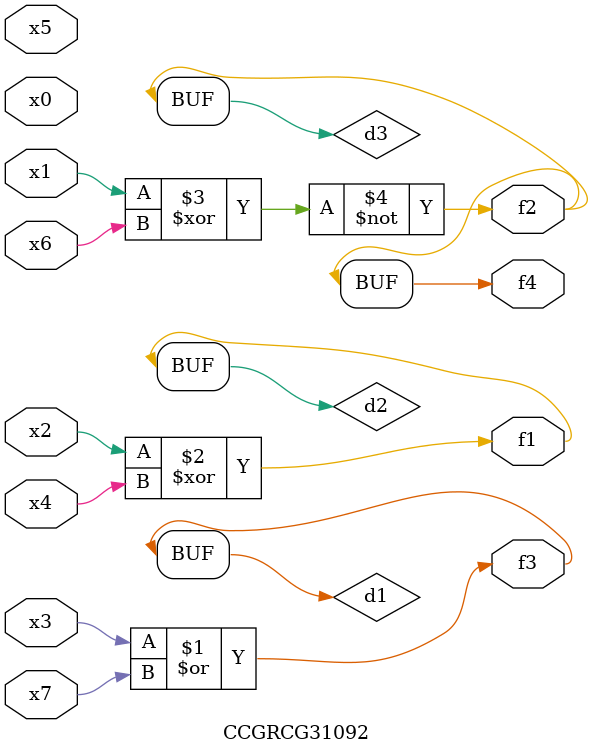
<source format=v>
module CCGRCG31092(
	input x0, x1, x2, x3, x4, x5, x6, x7,
	output f1, f2, f3, f4
);

	wire d1, d2, d3;

	or (d1, x3, x7);
	xor (d2, x2, x4);
	xnor (d3, x1, x6);
	assign f1 = d2;
	assign f2 = d3;
	assign f3 = d1;
	assign f4 = d3;
endmodule

</source>
